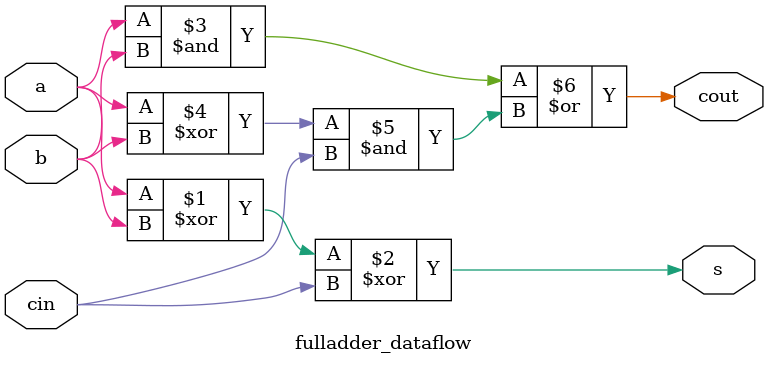
<source format=v>
`timescale 1ns / 1ps


module fulladder_dataflow(
    input a,
    input b,
    input cin,
    output s,
    output cout
    );
    assign s = a ^ b ^ cin;
    assign cout = a & b | ((a ^ b) & cin);
endmodule

</source>
